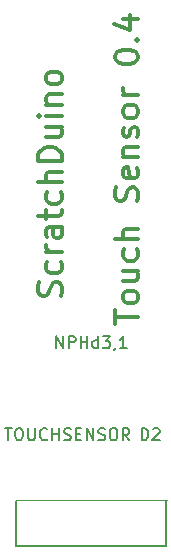
<source format=gbr>
G04 (created by PCBNEW (2013-may-18)-stable) date Пт 28 авг 2015 20:52:40*
%MOIN*%
G04 Gerber Fmt 3.4, Leading zero omitted, Abs format*
%FSLAX34Y34*%
G01*
G70*
G90*
G04 APERTURE LIST*
%ADD10C,0.00393701*%
%ADD11C,0.011811*%
%ADD12C,0.00590551*%
G04 APERTURE END LIST*
G54D10*
G54D11*
X12381Y-24555D02*
X12381Y-24105D01*
X13168Y-24330D02*
X12381Y-24330D01*
X13168Y-23730D02*
X13131Y-23805D01*
X13093Y-23843D01*
X13018Y-23880D01*
X12793Y-23880D01*
X12718Y-23843D01*
X12681Y-23805D01*
X12643Y-23730D01*
X12643Y-23618D01*
X12681Y-23543D01*
X12718Y-23505D01*
X12793Y-23468D01*
X13018Y-23468D01*
X13093Y-23505D01*
X13131Y-23543D01*
X13168Y-23618D01*
X13168Y-23730D01*
X12643Y-22793D02*
X13168Y-22793D01*
X12643Y-23130D02*
X13056Y-23130D01*
X13131Y-23093D01*
X13168Y-23018D01*
X13168Y-22905D01*
X13131Y-22830D01*
X13093Y-22793D01*
X13131Y-22080D02*
X13168Y-22155D01*
X13168Y-22305D01*
X13131Y-22380D01*
X13093Y-22418D01*
X13018Y-22455D01*
X12793Y-22455D01*
X12718Y-22418D01*
X12681Y-22380D01*
X12643Y-22305D01*
X12643Y-22155D01*
X12681Y-22080D01*
X13168Y-21743D02*
X12381Y-21743D01*
X13168Y-21405D02*
X12756Y-21405D01*
X12681Y-21443D01*
X12643Y-21518D01*
X12643Y-21630D01*
X12681Y-21705D01*
X12718Y-21743D01*
X13131Y-20468D02*
X13168Y-20356D01*
X13168Y-20168D01*
X13131Y-20093D01*
X13093Y-20056D01*
X13018Y-20018D01*
X12943Y-20018D01*
X12868Y-20056D01*
X12831Y-20093D01*
X12793Y-20168D01*
X12756Y-20318D01*
X12718Y-20393D01*
X12681Y-20431D01*
X12606Y-20468D01*
X12531Y-20468D01*
X12456Y-20431D01*
X12418Y-20393D01*
X12381Y-20318D01*
X12381Y-20131D01*
X12418Y-20018D01*
X13131Y-19381D02*
X13168Y-19456D01*
X13168Y-19606D01*
X13131Y-19681D01*
X13056Y-19718D01*
X12756Y-19718D01*
X12681Y-19681D01*
X12643Y-19606D01*
X12643Y-19456D01*
X12681Y-19381D01*
X12756Y-19343D01*
X12831Y-19343D01*
X12906Y-19718D01*
X12643Y-19006D02*
X13168Y-19006D01*
X12718Y-19006D02*
X12681Y-18968D01*
X12643Y-18893D01*
X12643Y-18781D01*
X12681Y-18706D01*
X12756Y-18668D01*
X13168Y-18668D01*
X13131Y-18331D02*
X13168Y-18256D01*
X13168Y-18106D01*
X13131Y-18031D01*
X13056Y-17993D01*
X13018Y-17993D01*
X12943Y-18031D01*
X12906Y-18106D01*
X12906Y-18218D01*
X12868Y-18293D01*
X12793Y-18331D01*
X12756Y-18331D01*
X12681Y-18293D01*
X12643Y-18218D01*
X12643Y-18106D01*
X12681Y-18031D01*
X13168Y-17543D02*
X13131Y-17618D01*
X13093Y-17656D01*
X13018Y-17693D01*
X12793Y-17693D01*
X12718Y-17656D01*
X12681Y-17618D01*
X12643Y-17543D01*
X12643Y-17431D01*
X12681Y-17356D01*
X12718Y-17319D01*
X12793Y-17281D01*
X13018Y-17281D01*
X13093Y-17319D01*
X13131Y-17356D01*
X13168Y-17431D01*
X13168Y-17543D01*
X13168Y-16944D02*
X12643Y-16944D01*
X12793Y-16944D02*
X12718Y-16906D01*
X12681Y-16869D01*
X12643Y-16794D01*
X12643Y-16719D01*
X12381Y-15706D02*
X12381Y-15631D01*
X12418Y-15556D01*
X12456Y-15519D01*
X12531Y-15481D01*
X12681Y-15444D01*
X12868Y-15444D01*
X13018Y-15481D01*
X13093Y-15519D01*
X13131Y-15556D01*
X13168Y-15631D01*
X13168Y-15706D01*
X13131Y-15781D01*
X13093Y-15819D01*
X13018Y-15856D01*
X12868Y-15894D01*
X12681Y-15894D01*
X12531Y-15856D01*
X12456Y-15819D01*
X12418Y-15781D01*
X12381Y-15706D01*
X13093Y-15106D02*
X13131Y-15069D01*
X13168Y-15106D01*
X13131Y-15144D01*
X13093Y-15106D01*
X13168Y-15106D01*
X12643Y-14394D02*
X13168Y-14394D01*
X12343Y-14581D02*
X12906Y-14769D01*
X12906Y-14281D01*
X10581Y-23630D02*
X10618Y-23518D01*
X10618Y-23330D01*
X10581Y-23255D01*
X10543Y-23218D01*
X10468Y-23180D01*
X10393Y-23180D01*
X10318Y-23218D01*
X10281Y-23255D01*
X10243Y-23330D01*
X10206Y-23480D01*
X10168Y-23555D01*
X10131Y-23593D01*
X10056Y-23630D01*
X9981Y-23630D01*
X9906Y-23593D01*
X9868Y-23555D01*
X9831Y-23480D01*
X9831Y-23293D01*
X9868Y-23180D01*
X10581Y-22505D02*
X10618Y-22580D01*
X10618Y-22730D01*
X10581Y-22805D01*
X10543Y-22843D01*
X10468Y-22880D01*
X10243Y-22880D01*
X10168Y-22843D01*
X10131Y-22805D01*
X10093Y-22730D01*
X10093Y-22580D01*
X10131Y-22505D01*
X10618Y-22168D02*
X10093Y-22168D01*
X10243Y-22168D02*
X10168Y-22130D01*
X10131Y-22093D01*
X10093Y-22018D01*
X10093Y-21943D01*
X10618Y-21343D02*
X10206Y-21343D01*
X10131Y-21381D01*
X10093Y-21456D01*
X10093Y-21606D01*
X10131Y-21681D01*
X10581Y-21343D02*
X10618Y-21418D01*
X10618Y-21606D01*
X10581Y-21681D01*
X10506Y-21718D01*
X10431Y-21718D01*
X10356Y-21681D01*
X10318Y-21606D01*
X10318Y-21418D01*
X10281Y-21343D01*
X10093Y-21081D02*
X10093Y-20781D01*
X9831Y-20968D02*
X10506Y-20968D01*
X10581Y-20931D01*
X10618Y-20856D01*
X10618Y-20781D01*
X10581Y-20181D02*
X10618Y-20256D01*
X10618Y-20406D01*
X10581Y-20481D01*
X10543Y-20518D01*
X10468Y-20556D01*
X10243Y-20556D01*
X10168Y-20518D01*
X10131Y-20481D01*
X10093Y-20406D01*
X10093Y-20256D01*
X10131Y-20181D01*
X10618Y-19843D02*
X9831Y-19843D01*
X10618Y-19506D02*
X10206Y-19506D01*
X10131Y-19543D01*
X10093Y-19618D01*
X10093Y-19731D01*
X10131Y-19806D01*
X10168Y-19843D01*
X10618Y-19131D02*
X9831Y-19131D01*
X9831Y-18943D01*
X9868Y-18831D01*
X9943Y-18756D01*
X10018Y-18718D01*
X10168Y-18681D01*
X10281Y-18681D01*
X10431Y-18718D01*
X10506Y-18756D01*
X10581Y-18831D01*
X10618Y-18943D01*
X10618Y-19131D01*
X10093Y-18006D02*
X10618Y-18006D01*
X10093Y-18343D02*
X10506Y-18343D01*
X10581Y-18306D01*
X10618Y-18231D01*
X10618Y-18118D01*
X10581Y-18043D01*
X10543Y-18006D01*
X10618Y-17631D02*
X10093Y-17631D01*
X9831Y-17631D02*
X9868Y-17669D01*
X9906Y-17631D01*
X9868Y-17594D01*
X9831Y-17631D01*
X9906Y-17631D01*
X10093Y-17256D02*
X10618Y-17256D01*
X10168Y-17256D02*
X10131Y-17219D01*
X10093Y-17144D01*
X10093Y-17031D01*
X10131Y-16956D01*
X10206Y-16919D01*
X10618Y-16919D01*
X10618Y-16431D02*
X10581Y-16506D01*
X10543Y-16544D01*
X10468Y-16581D01*
X10243Y-16581D01*
X10168Y-16544D01*
X10131Y-16506D01*
X10093Y-16431D01*
X10093Y-16319D01*
X10131Y-16244D01*
X10168Y-16206D01*
X10243Y-16169D01*
X10468Y-16169D01*
X10543Y-16206D01*
X10581Y-16244D01*
X10618Y-16319D01*
X10618Y-16431D01*
G54D12*
X14101Y-30464D02*
X14101Y-31964D01*
X14101Y-31964D02*
X9101Y-31964D01*
X9101Y-31964D02*
X9101Y-30464D01*
G54D10*
X14121Y-30449D02*
X9081Y-30449D01*
G54D12*
X10439Y-25374D02*
X10439Y-24981D01*
X10664Y-25374D01*
X10664Y-24981D01*
X10851Y-25374D02*
X10851Y-24981D01*
X11001Y-24981D01*
X11039Y-24999D01*
X11057Y-25018D01*
X11076Y-25055D01*
X11076Y-25112D01*
X11057Y-25149D01*
X11039Y-25168D01*
X11001Y-25187D01*
X10851Y-25187D01*
X11245Y-25374D02*
X11245Y-24981D01*
X11245Y-25168D02*
X11470Y-25168D01*
X11470Y-25374D02*
X11470Y-24981D01*
X11826Y-25374D02*
X11826Y-24981D01*
X11826Y-25355D02*
X11789Y-25374D01*
X11714Y-25374D01*
X11676Y-25355D01*
X11657Y-25337D01*
X11639Y-25299D01*
X11639Y-25187D01*
X11657Y-25149D01*
X11676Y-25130D01*
X11714Y-25112D01*
X11789Y-25112D01*
X11826Y-25130D01*
X11976Y-24981D02*
X12220Y-24981D01*
X12089Y-25130D01*
X12145Y-25130D01*
X12182Y-25149D01*
X12201Y-25168D01*
X12220Y-25205D01*
X12220Y-25299D01*
X12201Y-25337D01*
X12182Y-25355D01*
X12145Y-25374D01*
X12032Y-25374D01*
X11995Y-25355D01*
X11976Y-25337D01*
X12407Y-25355D02*
X12407Y-25374D01*
X12388Y-25412D01*
X12370Y-25430D01*
X12782Y-25374D02*
X12557Y-25374D01*
X12670Y-25374D02*
X12670Y-24981D01*
X12632Y-25037D01*
X12595Y-25074D01*
X12557Y-25093D01*
X13279Y-28443D02*
X13279Y-28049D01*
X13373Y-28049D01*
X13429Y-28068D01*
X13466Y-28105D01*
X13485Y-28143D01*
X13504Y-28218D01*
X13504Y-28274D01*
X13485Y-28349D01*
X13466Y-28386D01*
X13429Y-28424D01*
X13373Y-28443D01*
X13279Y-28443D01*
X13654Y-28087D02*
X13673Y-28068D01*
X13710Y-28049D01*
X13804Y-28049D01*
X13841Y-28068D01*
X13860Y-28087D01*
X13879Y-28124D01*
X13879Y-28161D01*
X13860Y-28218D01*
X13635Y-28443D01*
X13879Y-28443D01*
X8723Y-28049D02*
X8948Y-28049D01*
X8836Y-28443D02*
X8836Y-28049D01*
X9155Y-28049D02*
X9229Y-28049D01*
X9267Y-28068D01*
X9304Y-28105D01*
X9323Y-28180D01*
X9323Y-28311D01*
X9304Y-28386D01*
X9267Y-28424D01*
X9229Y-28443D01*
X9155Y-28443D01*
X9117Y-28424D01*
X9080Y-28386D01*
X9061Y-28311D01*
X9061Y-28180D01*
X9080Y-28105D01*
X9117Y-28068D01*
X9155Y-28049D01*
X9492Y-28049D02*
X9492Y-28368D01*
X9511Y-28405D01*
X9529Y-28424D01*
X9567Y-28443D01*
X9642Y-28443D01*
X9679Y-28424D01*
X9698Y-28405D01*
X9717Y-28368D01*
X9717Y-28049D01*
X10129Y-28405D02*
X10111Y-28424D01*
X10054Y-28443D01*
X10017Y-28443D01*
X9961Y-28424D01*
X9923Y-28386D01*
X9904Y-28349D01*
X9886Y-28274D01*
X9886Y-28218D01*
X9904Y-28143D01*
X9923Y-28105D01*
X9961Y-28068D01*
X10017Y-28049D01*
X10054Y-28049D01*
X10111Y-28068D01*
X10129Y-28087D01*
X10298Y-28443D02*
X10298Y-28049D01*
X10298Y-28236D02*
X10523Y-28236D01*
X10523Y-28443D02*
X10523Y-28049D01*
X10692Y-28424D02*
X10748Y-28443D01*
X10842Y-28443D01*
X10879Y-28424D01*
X10898Y-28405D01*
X10917Y-28368D01*
X10917Y-28330D01*
X10898Y-28293D01*
X10879Y-28274D01*
X10842Y-28255D01*
X10767Y-28236D01*
X10729Y-28218D01*
X10711Y-28199D01*
X10692Y-28161D01*
X10692Y-28124D01*
X10711Y-28087D01*
X10729Y-28068D01*
X10767Y-28049D01*
X10861Y-28049D01*
X10917Y-28068D01*
X11086Y-28236D02*
X11217Y-28236D01*
X11273Y-28443D02*
X11086Y-28443D01*
X11086Y-28049D01*
X11273Y-28049D01*
X11442Y-28443D02*
X11442Y-28049D01*
X11667Y-28443D01*
X11667Y-28049D01*
X11835Y-28424D02*
X11892Y-28443D01*
X11985Y-28443D01*
X12023Y-28424D01*
X12042Y-28405D01*
X12060Y-28368D01*
X12060Y-28330D01*
X12042Y-28293D01*
X12023Y-28274D01*
X11985Y-28255D01*
X11910Y-28236D01*
X11873Y-28218D01*
X11854Y-28199D01*
X11835Y-28161D01*
X11835Y-28124D01*
X11854Y-28087D01*
X11873Y-28068D01*
X11910Y-28049D01*
X12004Y-28049D01*
X12060Y-28068D01*
X12304Y-28049D02*
X12379Y-28049D01*
X12417Y-28068D01*
X12454Y-28105D01*
X12473Y-28180D01*
X12473Y-28311D01*
X12454Y-28386D01*
X12417Y-28424D01*
X12379Y-28443D01*
X12304Y-28443D01*
X12267Y-28424D01*
X12229Y-28386D01*
X12210Y-28311D01*
X12210Y-28180D01*
X12229Y-28105D01*
X12267Y-28068D01*
X12304Y-28049D01*
X12867Y-28443D02*
X12735Y-28255D01*
X12642Y-28443D02*
X12642Y-28049D01*
X12792Y-28049D01*
X12829Y-28068D01*
X12848Y-28087D01*
X12867Y-28124D01*
X12867Y-28180D01*
X12848Y-28218D01*
X12829Y-28236D01*
X12792Y-28255D01*
X12642Y-28255D01*
M02*

</source>
